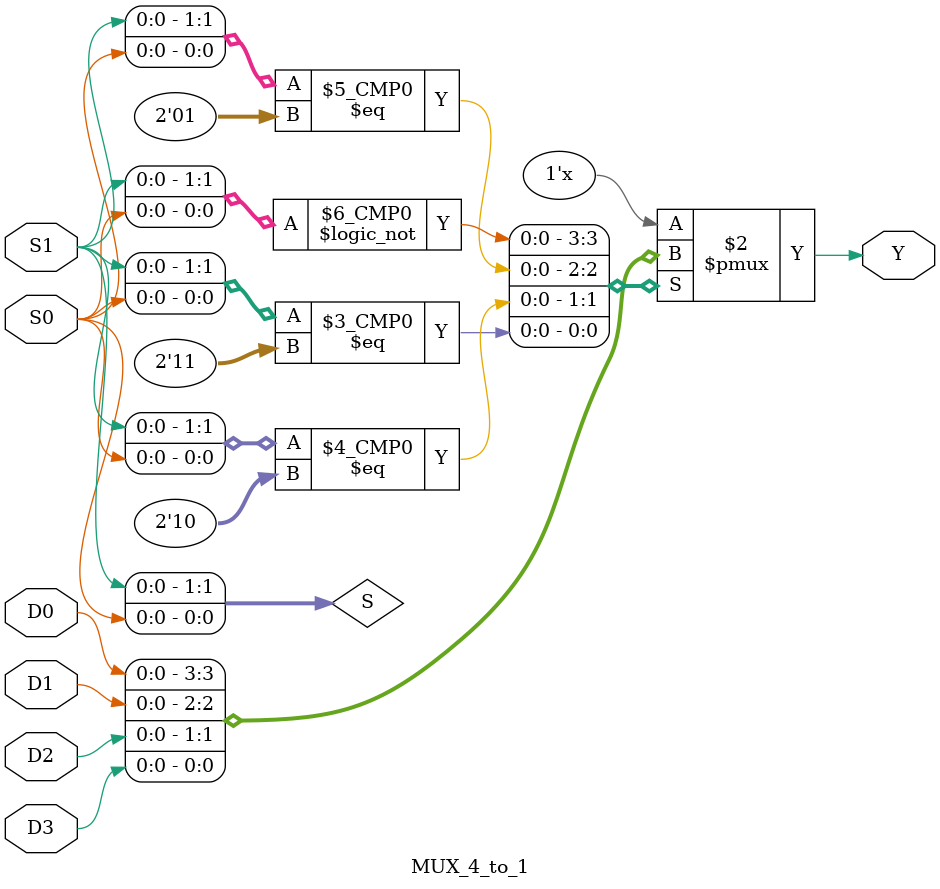
<source format=v>
`timescale 1ns / 1ps

module MUX_4_to_1(
output reg Y,           // MUX Output
    input D0, D1, D2, D3,   // Data Inputs
    input S1, S0
    );
    wire [1:0] S = {S1, S0}; 

always @(*) begin
    case (S)
        2'b00: Y = D0;    // S=0: Selects D0
        2'b01: Y = D1;    // S=1: Selects D1
        2'b10: Y = D2;    // S=2: Selects D2
        2'b11: Y = D3;    // S=3: Selects D3
    endcase
end
endmodule

</source>
